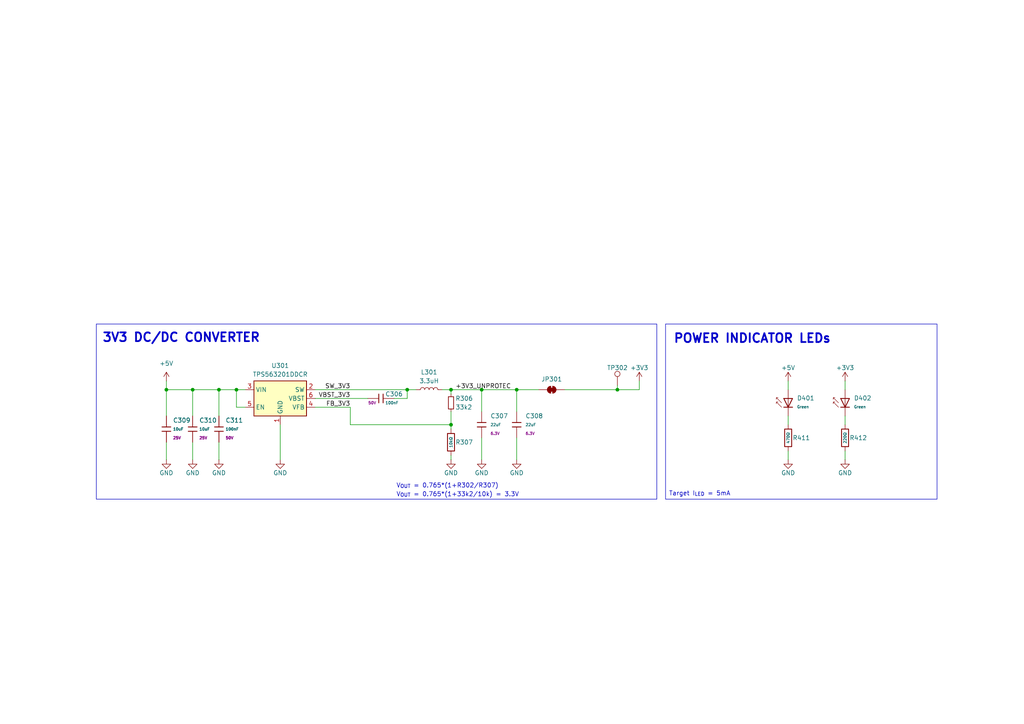
<source format=kicad_sch>
(kicad_sch (version 20250114) (generator "eeschema") (generator_version "9.0")
  (paper "A4")
  (title_block (title "ModuCard power supply unit") (date "2025-08-05") (rev "0") (company "KoNaR") (comment 1 "Base project authors: Dominik Pluta, Artem Horiunov") (comment 2 "Project author: Maciej Chodowiec"))
  (lib_symbols
    (symbol "Connector:TestPoint" (pin_numbers (hide yes)) (pin_names (offset 0.762) (hide yes))
      (property "Reference" "TP" (at 0 6.858 0))
      (property "Value" "TestPoint" (at 0 5.08 0))
      (symbol "TestPoint_0_1"
        (circle (center 0 3.302) (radius 0.762))
      )
      (symbol "TestPoint_1_1"
        (pin passive line (at 0 0 90) (length 2.54) (name "1") (number "1"))
      )
    )
    (symbol "Device:L" (pin_numbers (hide yes)) (pin_names (offset 1.016) (hide yes))
      (property "Reference" "L" (at -1.27 0 90))
      (property "Value" "L" (at 1.905 0 90))
      (symbol "L_0_1"
        (arc (start 0 2.54) (mid 0.6323 1.905) (end 0 1.27))
        (arc (start 0 1.27) (mid 0.6323 0.635) (end 0 0))
        (arc (start 0 0) (mid 0.6323 -0.635) (end 0 -1.27))
        (arc (start 0 -1.27) (mid 0.6323 -1.905) (end 0 -2.54))
      )
      (symbol "L_1_1"
        (pin passive line (at 0 3.81 270) (length 1.27) (name "1") (number "1"))
        (pin passive line (at 0 -3.81 90) (length 1.27) (name "2") (number "2"))
      )
    )
    (symbol "Device:R_Small" (pin_numbers (hide yes)) (pin_names (offset 0.254) (hide yes))
      (property "Reference" "R" (at 0 0 90))
      (property "Value" "R_Small" (at 1.778 0 90))
      (symbol "R_Small_0_1"
        (rectangle (start -0.762 1.778) (end 0.762 -1.778) (stroke (width 0.2032)))
      )
      (symbol "R_Small_1_1"
        (pin passive line (at 0 2.54 270) (length 0.762) (name "~") (number "1"))
        (pin passive line (at 0 -2.54 90) (length 0.762) (name "~") (number "2"))
      )
    )
    (symbol "Jumper:SolderJumper_2_Bridged" (pin_numbers (hide yes)) (pin_names (offset 0) (hide yes)) (in_bom no)
      (property "Reference" "JP" (at 0 2.032 0))
      (property "Value" "SolderJumper_2_Bridged" (at 0 -2.54 0))
      (symbol "SolderJumper_2_Bridged_0_1"
        (rectangle (start -0.508 0.508) (end 0.508 -0.508) (fill (type outline)))
        (polyline (pts (xy -0.254 1.016) (xy -0.254 -1.016)))
        (arc (start -0.254 -1.016) (mid -1.2656 0) (end -0.254 1.016))
        (arc (start -0.254 -1.016) (mid -1.2656 0) (end -0.254 1.016) (fill (type outline)))
        (arc (start 0.254 1.016) (mid 1.2656 0) (end 0.254 -1.016))
        (arc (start 0.254 1.016) (mid 1.2656 0) (end 0.254 -1.016) (fill (type outline)))
        (polyline (pts (xy 0.254 1.016) (xy 0.254 -1.016)))
      )
      (symbol "SolderJumper_2_Bridged_1_1"
        (pin passive line (at -3.81 0 0) (length 2.54) (name "A") (number "1"))
        (pin passive line (at 3.81 0 180) (length 2.54) (name "B") (number "2"))
      )
    )
    (symbol "PCM_JLCPCB-Capacitors:0402,100nF,(2)" (pin_numbers (hide yes)) (pin_names (offset 0))
      (property "Reference" "C" (at 2.032 1.668 0))
      (property "Value" "100nF" (at 2.032 -0.3782 0))
      (property "Voltage Rated" "50V" (at 2.032 -2.0462 0))
      (symbol "0402,100nF,(2)_0_1"
        (polyline (pts (xy -1.27 0.635) (xy 1.27 0.635)) (stroke (width 0.254)))
        (polyline (pts (xy -1.27 -0.635) (xy 1.27 -0.635)) (stroke (width 0.254)))
      )
      (symbol "0402,100nF,(2)_1_1"
        (pin passive line (at 0 3.81 270) (length 3.175) (name "~") (number "1"))
        (pin passive line (at 0 -3.81 90) (length 3.175) (name "~") (number "2"))
      )
    )
    (symbol "PCM_JLCPCB-Capacitors:0603,10uF,(2)" (pin_numbers (hide yes)) (pin_names (offset 0))
      (property "Reference" "C" (at 2.032 1.668 0))
      (property "Value" "10uF" (at 2.032 -0.3782 0))
      (property "Voltage Rated" "25V" (at 2.032 -2.0462 0))
      (symbol "0603,10uF,(2)_0_1"
        (polyline (pts (xy -1.27 0.635) (xy 1.27 0.635)) (stroke (width 0.254)))
        (polyline (pts (xy -1.27 -0.635) (xy 1.27 -0.635)) (stroke (width 0.254)))
      )
      (symbol "0603,10uF,(2)_1_1"
        (pin passive line (at 0 3.81 270) (length 3.175) (name "~") (number "1"))
        (pin passive line (at 0 -3.81 90) (length 3.175) (name "~") (number "2"))
      )
    )
    (symbol "PCM_JLCPCB-Capacitors:0603,22uF" (pin_numbers (hide yes)) (pin_names (offset 0))
      (property "Reference" "C" (at 2.032 1.668 0))
      (property "Value" "22uF" (at 2.032 -0.3782 0))
      (property "Voltage Rated" "6.3V" (at 2.032 -2.0462 0))
      (symbol "0603,22uF_0_1"
        (polyline (pts (xy -1.27 0.635) (xy 1.27 0.635)) (stroke (width 0.254)))
        (polyline (pts (xy -1.27 -0.635) (xy 1.27 -0.635)) (stroke (width 0.254)))
      )
      (symbol "0603,22uF_1_1"
        (pin passive line (at 0 3.81 270) (length 3.175) (name "~") (number "1"))
        (pin passive line (at 0 -3.81 90) (length 3.175) (name "~") (number "2"))
      )
    )
    (symbol "PCM_JLCPCB-Diodes:LED,0603,Green" (pin_numbers (hide yes)) (pin_names (offset 0))
      (property "Reference" "D" (at 2.032 0.834 0))
      (property "Value" "Green" (at 2.032 -1.2122 0))
      (symbol "LED,0603,Green_0_1"
        (polyline (pts (xy -1.905 0) (xy -3.429 1.524) (xy -3.429 1.016) (xy -3.429 1.524) (xy -2.921 1.524)) (stroke (width 0.127)))
        (polyline (pts (xy -1.905 -1.27) (xy -3.429 0.254) (xy -3.429 -0.254) (xy -3.429 0.254) (xy -2.921 0.254)) (stroke (width 0.127)))
        (polyline (pts (xy -1.27 1.27) (xy 0 -1.27) (xy 1.27 1.27) (xy -1.27 1.27)) (stroke (width 0.254)))
        (polyline (pts (xy -1.27 -1.27) (xy 1.27 -1.27)) (stroke (width 0.254)))
      )
      (symbol "LED,0603,Green_1_1"
        (pin passive line (at 0 3.81 270) (length 3.81) (name "~") (number "2"))
        (pin passive line (at 0 -3.81 90) (length 3.81) (name "~") (number "1"))
      )
    )
    (symbol "PCM_JLCPCB-Resistors:0402,10kΩ" (pin_numbers (hide yes)) (pin_names (offset 0))
      (property "Reference" "R" (at 1.778 0 0))
      (property "Value" "10kΩ" (at 0 0 90))
      (symbol "0402,10kΩ_0_1"
        (rectangle (start -1.016 2.54) (end 1.016 -2.54) (stroke (width 0.254)))
      )
      (symbol "0402,10kΩ_1_1"
        (pin passive line (at 0 3.81 270) (length 1.27) (name "~") (number "1"))
        (pin passive line (at 0 -3.81 90) (length 1.27) (name "~") (number "2"))
      )
    )
    (symbol "PCM_JLCPCB-Resistors:0402,220Ω" (pin_numbers (hide yes)) (pin_names (offset 0))
      (property "Reference" "R" (at 1.778 0 0))
      (property "Value" "220Ω" (at 0 0 90))
      (symbol "0402,220Ω_0_1"
        (rectangle (start -1.016 2.54) (end 1.016 -2.54) (stroke (width 0.254)))
      )
      (symbol "0402,220Ω_1_1"
        (pin passive line (at 0 3.81 270) (length 1.27) (name "~") (number "1"))
        (pin passive line (at 0 -3.81 90) (length 1.27) (name "~") (number "2"))
      )
    )
    (symbol "PCM_JLCPCB-Resistors:0402,470Ω" (pin_numbers (hide yes)) (pin_names (offset 0))
      (property "Reference" "R" (at 1.778 0 0))
      (property "Value" "470Ω" (at 0 0 90))
      (symbol "0402,470Ω_0_1"
        (rectangle (start -1.016 2.54) (end 1.016 -2.54) (stroke (width 0.254)))
      )
      (symbol "0402,470Ω_1_1"
        (pin passive line (at 0 3.81 270) (length 1.27) (name "~") (number "1"))
        (pin passive line (at 0 -3.81 90) (length 1.27) (name "~") (number "2"))
      )
    )
    (symbol "Regulator_Switching:TPS563200"
      (property "Reference" "U" (at -7.62 6.35 0))
      (property "Value" "TPS563200" (at -2.54 6.35 0))
      (symbol "TPS563200_0_1"
        (rectangle (start -7.62 5.08) (end 7.62 -5.08) (stroke (width 0.254)) (fill (type background)))
      )
      (symbol "TPS563200_1_1"
        (pin power_in line (at -10.16 2.54 0) (length 2.54) (name "VIN") (number "3"))
        (pin input line (at -10.16 -2.54 0) (length 2.54) (name "EN") (number "5"))
        (pin power_in line (at 0 -7.62 90) (length 2.54) (name "GND") (number "1"))
        (pin output line (at 10.16 2.54 180) (length 2.54) (name "SW") (number "2"))
        (pin passive line (at 10.16 0 180) (length 2.54) (name "VBST") (number "6"))
        (pin input line (at 10.16 -2.54 180) (length 2.54) (name "VFB") (number "4"))
      )
    )
    (symbol "power:+3V3" (power) (pin_numbers (hide yes)) (pin_names (offset 0) (hide yes))
      (property "Value" "+3V3" (at 0 3.556 0))
      (symbol "+3V3_0_1"
        (polyline (pts (xy -0.762 1.27) (xy 0 2.54)))
        (polyline (pts (xy 0 2.54) (xy 0.762 1.27)))
        (polyline (pts (xy 0 0) (xy 0 2.54)))
      )
      (symbol "+3V3_1_1"
        (pin power_in line (at 0 0 90) (length 0) (name "~") (number "1"))
      )
    )
    (symbol "power:+5V" (power) (pin_numbers (hide yes)) (pin_names (offset 0) (hide yes))
      (property "Value" "+5V" (at 0 3.556 0))
      (symbol "+5V_0_1"
        (polyline (pts (xy -0.762 1.27) (xy 0 2.54)))
        (polyline (pts (xy 0 2.54) (xy 0.762 1.27)))
        (polyline (pts (xy 0 0) (xy 0 2.54)))
      )
      (symbol "+5V_1_1"
        (pin power_in line (at 0 0 90) (length 0) (name "~") (number "1"))
      )
    )
    (symbol "power:GND" (power) (pin_numbers (hide yes)) (pin_names (offset 0) (hide yes))
      (property "Value" "GND" (at 0 -3.81 0))
      (symbol "GND_0_1"
        (polyline (pts (xy 0 0) (xy 0 -1.27) (xy 1.27 -1.27) (xy 0 -2.54) (xy -1.27 -1.27) (xy 0 -1.27)))
      )
      (symbol "GND_1_1"
        (pin power_in line (at 0 0 270) (length 0) (name "~") (number "1"))
      )
    )
  )
  (rectangle (start 27.94 93.98) (end 190.5 144.78))
  (rectangle (start 193.04 93.98) (end 271.78 144.78))
  (text "V_{OUT} = 0.765*(1+33k2/10k) = 3.3V" (at 114.935 143.51 0) (effects (font (size 1.27 1.27)) (justify left)))
  (text "V_{OUT} = 0.765*(1+R302/R307)" (at 114.935 140.97 0) (effects (font (size 1.27 1.27)) (justify left)))
  (text "Target I_{LED} = 5mA" (at 202.946 143.256 0) (effects (font (size 1.27 1.27))))
  (text "POWER INDICATOR LEDs" (at 218.186 98.298 0) (effects (font (size 2.54 2.54) (thickness 0.508) (bold yes))))
  (text "3V3 DC/DC CONVERTER" (at 52.578 98.044 0) (effects (font (size 2.54 2.54) (thickness 0.508) (bold yes))))
  (junction (at 179.07 113.03))
  (junction (at 63.5 113.03))
  (junction (at 130.81 113.03))
  (junction (at 68.58 113.03))
  (junction (at 48.26 113.03))
  (junction (at 55.88 113.03))
  (junction (at 149.86 113.03))
  (junction (at 130.81 123.19))
  (junction (at 139.7 113.03))
  (junction (at 118.11 113.03))
  (wire (pts (xy 114.3 115.57) (xy 118.11 115.57)))
  (wire (pts (xy 130.81 113.03) (xy 139.7 113.03)))
  (wire (pts (xy 130.81 119.38) (xy 130.81 123.19)))
  (wire (pts (xy 228.6 110.49) (xy 228.6 113.03)))
  (wire (pts (xy 81.28 123.19) (xy 81.28 133.35)))
  (wire (pts (xy 48.26 113.03) (xy 55.88 113.03)))
  (wire (pts (xy 48.26 113.03) (xy 48.26 120.65)))
  (wire (pts (xy 91.44 113.03) (xy 118.11 113.03)))
  (wire (pts (xy 130.81 114.3) (xy 130.81 113.03)))
  (wire (pts (xy 149.86 113.03) (xy 156.21 113.03)))
  (wire (pts (xy 179.07 113.03) (xy 185.42 113.03)))
  (wire (pts (xy 55.88 113.03) (xy 63.5 113.03)))
  (wire (pts (xy 245.11 120.65) (xy 245.11 123.19)))
  (wire (pts (xy 63.5 113.03) (xy 63.5 120.65)))
  (wire (pts (xy 118.11 115.57) (xy 118.11 113.03)))
  (wire (pts (xy 68.58 113.03) (xy 71.12 113.03)))
  (wire (pts (xy 130.81 133.35) (xy 130.81 132.08)))
  (wire (pts (xy 55.88 128.27) (xy 55.88 133.35)))
  (wire (pts (xy 139.7 113.03) (xy 149.86 113.03)))
  (wire (pts (xy 63.5 128.27) (xy 63.5 133.35)))
  (wire (pts (xy 245.11 130.81) (xy 245.11 133.35)))
  (wire (pts (xy 101.6 123.19) (xy 130.81 123.19)))
  (wire (pts (xy 91.44 118.11) (xy 101.6 118.11)))
  (wire (pts (xy 130.81 123.19) (xy 130.81 124.46)))
  (wire (pts (xy 91.44 115.57) (xy 106.68 115.57)))
  (wire (pts (xy 101.6 118.11) (xy 101.6 123.19)))
  (wire (pts (xy 128.27 113.03) (xy 130.81 113.03)))
  (wire (pts (xy 185.42 110.49) (xy 185.42 113.03)))
  (wire (pts (xy 63.5 113.03) (xy 68.58 113.03)))
  (wire (pts (xy 139.7 113.03) (xy 139.7 119.38)))
  (wire (pts (xy 228.6 120.65) (xy 228.6 123.19)))
  (wire (pts (xy 163.83 113.03) (xy 179.07 113.03)))
  (wire (pts (xy 48.26 110.49) (xy 48.26 113.03)))
  (wire (pts (xy 118.11 113.03) (xy 120.65 113.03)))
  (wire (pts (xy 149.86 113.03) (xy 149.86 119.38)))
  (wire (pts (xy 149.86 127) (xy 149.86 133.35)))
  (wire (pts (xy 139.7 127) (xy 139.7 133.35)))
  (wire (pts (xy 245.11 110.49) (xy 245.11 113.03)))
  (wire (pts (xy 68.58 113.03) (xy 68.58 118.11)))
  (wire (pts (xy 55.88 113.03) (xy 55.88 120.65)))
  (wire (pts (xy 228.6 130.81) (xy 228.6 133.35)))
  (wire (pts (xy 68.58 118.11) (xy 71.12 118.11)))
  (wire (pts (xy 179.07 111.76) (xy 179.07 113.03)))
  (wire (pts (xy 48.26 128.27) (xy 48.26 133.35)))
  (label "+3V3_UNPROTEC" (at 132.08 113.03 0))
  (label "FB_3V3" (at 101.6 118.11 180))
  (label "VBST_3V3" (at 101.6 115.57 180))
  (label "SW_3V3" (at 101.6 113.03 180))
  (symbol (lib_id "PCM_JLCPCB-Capacitors:0603,10uF,(2)") (at 55.88 124.46 0) (unit 1)
    (property "Reference" "C310" (at 57.785 121.92 0) (effects (justify left)))
    (property "Value" "10uF" (at 57.785 124.4601 0) (effects (font (size 0.8 0.8)) (justify left)))
    (property "Footprint" "PCM_JLCPCB:C_0603" (effects (hide yes)))
    (property "Datasheet" "https://www.lcsc.com/datasheet/lcsc_datasheet_2304140030_Samsung-Electro-Mechanics-CL10A106MA8NRNC_C96446.pdf" (effects (hide yes)))
    (property "Description" "25V 10uF X5R ±20% 0603 Multilayer Ceramic Capacitors MLCC - SMD/SMT ROHS" (effects (hide yes)))
    (property "LCSC" "C96446" (effects (hide yes)))
    (property "Stock" "3388297" (effects (hide yes)))
    (property "Price" "0.021USD" (effects (hide yes)))
    (property "Process" "SMT" (effects (hide yes)))
    (property "Minimum Qty" "20" (effects (hide yes)))
    (property "Attrition Qty" "8" (effects (hide yes)))
    (property "Class" "Basic Component" (effects (hide yes)))
    (property "Category" "Capacitors,Multilayer Ceramic Capacitors MLCC - SMD/SMT" (effects (hide yes)))
    (property "Manufacturer" "Samsung Electro-Mechanics" (effects (hide yes)))
    (property "Part" "CL10A106MA8NRNC" (effects (hide yes)))
    (property "Voltage Rated" "25V" (at 57.785 127.0001 0) (effects (font (size 0.8 0.8)) (justify left)))
    (property "Tolerance" "±20%" (effects (hide yes)))
    (property "Capacitance" "10uF" (effects (hide yes)))
    (property "Temperature Coefficient" "X5R" (effects (hide yes)))
  )
  (symbol (lib_id "Regulator_Switching:TPS563200") (at 81.28 115.57 0) (unit 1)
    (property "Reference" "U301" (at 81.28 106.045 0))
    (property "Value" "TPS563201DDCR" (at 81.28 108.585 0))
    (property "Footprint" "Package_TO_SOT_SMD:SOT-23-6" (effects (hide yes)))
    (property "Datasheet" "http://www.ti.com/lit/ds/symlink/tps563200.pdf" (effects (hide yes)))
    (property "Description" "3A Synchronous Step-Down Voltage Regulator, Adjustable Output Voltage, 4.5-17V Input Voltage, SOT-23-6" (effects (hide yes)))
    (property "LCSC" "C116592" (effects (hide yes)))
  )
  (symbol (lib_id "PCM_JLCPCB-Capacitors:0603,10uF,(2)") (at 48.26 124.46 0) (unit 1)
    (property "Reference" "C309" (at 50.165 121.92 0) (effects (justify left)))
    (property "Value" "10uF" (at 50.165 124.4601 0) (effects (font (size 0.8 0.8)) (justify left)))
    (property "Footprint" "PCM_JLCPCB:C_0603" (effects (hide yes)))
    (property "Datasheet" "https://www.lcsc.com/datasheet/lcsc_datasheet_2304140030_Samsung-Electro-Mechanics-CL10A106MA8NRNC_C96446.pdf" (effects (hide yes)))
    (property "Description" "25V 10uF X5R ±20% 0603 Multilayer Ceramic Capacitors MLCC - SMD/SMT ROHS" (effects (hide yes)))
    (property "LCSC" "C96446" (effects (hide yes)))
    (property "Stock" "3388297" (effects (hide yes)))
    (property "Price" "0.021USD" (effects (hide yes)))
    (property "Process" "SMT" (effects (hide yes)))
    (property "Minimum Qty" "20" (effects (hide yes)))
    (property "Attrition Qty" "8" (effects (hide yes)))
    (property "Class" "Basic Component" (effects (hide yes)))
    (property "Category" "Capacitors,Multilayer Ceramic Capacitors MLCC - SMD/SMT" (effects (hide yes)))
    (property "Manufacturer" "Samsung Electro-Mechanics" (effects (hide yes)))
    (property "Part" "CL10A106MA8NRNC" (effects (hide yes)))
    (property "Voltage Rated" "25V" (at 50.165 127.0001 0) (effects (font (size 0.8 0.8)) (justify left)))
    (property "Tolerance" "±20%" (effects (hide yes)))
    (property "Capacitance" "10uF" (effects (hide yes)))
    (property "Temperature Coefficient" "X5R" (effects (hide yes)))
  )
  (symbol (lib_id "PCM_JLCPCB-Capacitors:0402,100nF,(2)") (at 110.49 115.57 90) (unit 1)
    (property "Reference" "C306" (at 114.3 114.3 90))
    (property "Value" "100nF" (at 113.665 116.84 90) (effects (font (size 0.8 0.8))))
    (property "Footprint" "PCM_JLCPCB:C_0402" (effects (hide yes)))
    (property "Datasheet" "https://www.lcsc.com/datasheet/lcsc_datasheet_2304140030_Samsung-Electro-Mechanics-CL05B104KB54PNC_C307331.pdf" (effects (hide yes)))
    (property "Description" "50V 100nF X7R ±10% 0402 Multilayer Ceramic Capacitors MLCC - SMD/SMT ROHS" (effects (hide yes)))
    (property "LCSC" "C307331" (effects (hide yes)))
    (property "Stock" "8389599" (effects (hide yes)))
    (property "Price" "0.008USD" (effects (hide yes)))
    (property "Process" "SMT" (effects (hide yes)))
    (property "Minimum Qty" "20" (effects (hide yes)))
    (property "Attrition Qty" "10" (effects (hide yes)))
    (property "Class" "Basic Component" (effects (hide yes)))
    (property "Category" "Capacitors,Multilayer Ceramic Capacitors MLCC - SMD/SMT" (effects (hide yes)))
    (property "Manufacturer" "Samsung Electro-Mechanics" (effects (hide yes)))
    (property "Part" "CL05B104KB54PNC" (effects (hide yes)))
    (property "Voltage Rated" "50V" (at 107.95 116.84 90) (effects (font (size 0.8 0.8))))
    (property "Tolerance" "±10%" (effects (hide yes)))
    (property "Capacitance" "100nF" (effects (hide yes)))
    (property "Temperature Coefficient" "X7R" (effects (hide yes)))
  )
  (symbol (lib_id "PCM_JLCPCB-Diodes:LED,0603,Green") (at 228.6 116.84 0) (unit 1)
    (property "Reference" "D401" (at 231.14 115.4746 0) (effects (justify left)))
    (property "Value" "Green" (at 231.14 118.0147 0) (effects (font (size 0.8 0.8)) (justify left)))
    (property "Footprint" "PCM_JLCPCB:D_0603" (effects (hide yes)))
    (property "Datasheet" "https://wmsc.lcsc.com/wmsc/upload/file/pdf/v2/lcsc/2207051802_Everlight-Elec-19-217-GHC-YR1S2-6T_C2986059.pdf" (effects (hide yes)))
    (property "Description" "0603 LED Indication - Discrete ROHS" (effects (hide yes)))
    (property "LCSC" "C2986059" (effects (hide yes)))
    (property "Stock" "276928" (effects (hide yes)))
    (property "Price" "0.021USD" (effects (hide yes)))
    (property "Process" "SMT" (effects (hide yes)))
    (property "Minimum Qty" "20" (effects (hide yes)))
    (property "Attrition Qty" "8" (effects (hide yes)))
    (property "Class" "Preferred Component" (effects (hide yes)))
    (property "Category" "Optocoupler/LED/Digital Tube/Photoelectric Device,Light Emitting Diodes (LED)" (effects (hide yes)))
    (property "Manufacturer" "Everlight Elec" (effects (hide yes)))
    (property "Part" "19-217/GHC-YR1S2/6T" (effects (hide yes)))
  )
  (symbol (lib_id "PCM_JLCPCB-Capacitors:0402,100nF,(2)") (at 63.5 124.46 180) (unit 1)
    (property "Reference" "C311" (at 65.405 121.92 0) (effects (justify right)))
    (property "Value" "100nF" (at 65.405 124.46 0) (effects (font (size 0.8 0.8)) (justify right)))
    (property "Footprint" "PCM_JLCPCB:C_0402" (effects (hide yes)))
    (property "Datasheet" "https://www.lcsc.com/datasheet/lcsc_datasheet_2304140030_Samsung-Electro-Mechanics-CL05B104KB54PNC_C307331.pdf" (effects (hide yes)))
    (property "Description" "50V 100nF X7R ±10% 0402 Multilayer Ceramic Capacitors MLCC - SMD/SMT ROHS" (effects (hide yes)))
    (property "LCSC" "C307331" (effects (hide yes)))
    (property "Stock" "8389599" (effects (hide yes)))
    (property "Price" "0.008USD" (effects (hide yes)))
    (property "Process" "SMT" (effects (hide yes)))
    (property "Minimum Qty" "20" (effects (hide yes)))
    (property "Attrition Qty" "10" (effects (hide yes)))
    (property "Class" "Basic Component" (effects (hide yes)))
    (property "Category" "Capacitors,Multilayer Ceramic Capacitors MLCC - SMD/SMT" (effects (hide yes)))
    (property "Manufacturer" "Samsung Electro-Mechanics" (effects (hide yes)))
    (property "Part" "CL05B104KB54PNC" (effects (hide yes)))
    (property "Voltage Rated" "50V" (at 65.405 127 0) (effects (font (size 0.8 0.8)) (justify right)))
    (property "Tolerance" "±10%" (effects (hide yes)))
    (property "Capacitance" "100nF" (effects (hide yes)))
    (property "Temperature Coefficient" "X7R" (effects (hide yes)))
  )
  (symbol (lib_id "Device:L") (at 124.46 113.03 90) (unit 1)
    (property "Reference" "L301" (at 124.46 107.95 90))
    (property "Value" "3.3uH" (at 124.46 110.49 90))
    (property "Footprint" "Inductor_SMD:L_Changjiang_FXL0420" (effects (hide yes)))
    (property "Description" "Inductor" (effects (hide yes)))
    (property "LCSC" "C167207" (effects (hide yes)))
  )
  (symbol (lib_id "Jumper:SolderJumper_2_Bridged") (at 160.02 113.03 0) (unit 1) (in_bom no)
    (property "Reference" "JP301" (at 160.02 109.982 0))
    (property "Value" "Test Buck Vout" (effects (hide yes)))
    (property "Footprint" "Jumper:SolderJumper-2_P1.3mm_Open_TrianglePad1.0x1.5mm" (effects (hide yes)))
    (property "Description" "Solder Jumper, 2-pole, closed/bridged" (effects (hide yes)))
  )
  (symbol (lib_id "power:+3V3") (at 245.11 110.49 0) (unit 1)
    (property "Reference" "#PWR0435" (effects (hide yes)))
    (property "Value" "+3V3" (at 245.11 106.68 0))
    (property "Description" "Power symbol creates a global label with name \"+3V3\"" (effects (hide yes)))
  )
  (symbol (lib_id "power:+5V") (at 228.6 110.49 0) (unit 1)
    (property "Reference" "#PWR0426" (effects (hide yes)))
    (property "Value" "+5V" (at 228.6 106.68 0))
    (property "Description" "Power symbol creates a global label with name \"+5V\"" (effects (hide yes)))
  )
  (symbol (lib_id "power:GND") (at 48.26 133.35 0) (unit 1)
    (property "Reference" "#PWR0317" (effects (hide yes)))
    (property "Value" "GND" (at 48.26 137.16 0))
    (property "Description" "Power symbol creates a global label with name \"GND\" , ground" (effects (hide yes)))
  )
  (symbol (lib_id "PCM_JLCPCB-Capacitors:0603,22uF") (at 139.7 123.19 0) (unit 1)
    (property "Reference" "C307" (at 142.24 120.6499 0) (effects (justify left)))
    (property "Value" "22uF" (at 142.24 123.19 0) (effects (font (size 0.8 0.8)) (justify left)))
    (property "Footprint" "PCM_JLCPCB:C_0603" (effects (hide yes)))
    (property "Datasheet" "https://www.lcsc.com/datasheet/lcsc_datasheet_2304140030_Samsung-Electro-Mechanics-CL10A226MQ8NRNC_C59461.pdf" (effects (hide yes)))
    (property "Description" "6.3V 22uF X5R ±20% 0603 Multilayer Ceramic Capacitors MLCC - SMD/SMT ROHS" (effects (hide yes)))
    (property "LCSC" "C59461" (effects (hide yes)))
    (property "Stock" "5081183" (effects (hide yes)))
    (property "Price" "0.012USD" (effects (hide yes)))
    (property "Process" "SMT" (effects (hide yes)))
    (property "Minimum Qty" "20" (effects (hide yes)))
    (property "Attrition Qty" "10" (effects (hide yes)))
    (property "Class" "Basic Component" (effects (hide yes)))
    (property "Category" "Capacitors,Multilayer Ceramic Capacitors MLCC - SMD/SMT" (effects (hide yes)))
    (property "Manufacturer" "Samsung Electro-Mechanics" (effects (hide yes)))
    (property "Part" "CL10A226MQ8NRNC" (effects (hide yes)))
    (property "Voltage Rated" "6.3V" (at 142.24 125.73 0) (effects (font (size 0.8 0.8)) (justify left)))
    (property "Tolerance" "±20%" (effects (hide yes)))
    (property "Capacitance" "22uF" (effects (hide yes)))
    (property "Temperature Coefficient" "X5R" (effects (hide yes)))
  )
  (symbol (lib_id "power:GND") (at 228.6 133.35 0) (unit 1)
    (property "Reference" "#PWR0434" (effects (hide yes)))
    (property "Value" "GND" (at 228.6 137.16 0))
    (property "Description" "Power symbol creates a global label with name \"GND\" , ground" (effects (hide yes)))
  )
  (symbol (lib_id "power:GND") (at 63.5 133.35 0) (unit 1)
    (property "Reference" "#PWR0319" (effects (hide yes)))
    (property "Value" "GND" (at 63.5 137.16 0))
    (property "Description" "Power symbol creates a global label with name \"GND\" , ground" (effects (hide yes)))
  )
  (symbol (lib_id "power:GND") (at 55.88 133.35 0) (unit 1)
    (property "Reference" "#PWR0318" (effects (hide yes)))
    (property "Value" "GND" (at 55.88 137.16 0))
    (property "Description" "Power symbol creates a global label with name \"GND\" , ground" (effects (hide yes)))
  )
  (symbol (lib_id "PCM_JLCPCB-Capacitors:0603,22uF") (at 149.86 123.19 0) (unit 1)
    (property "Reference" "C308" (at 152.4 120.6499 0) (effects (justify left)))
    (property "Value" "22uF" (at 152.4 123.19 0) (effects (font (size 0.8 0.8)) (justify left)))
    (property "Footprint" "PCM_JLCPCB:C_0603" (effects (hide yes)))
    (property "Datasheet" "https://www.lcsc.com/datasheet/lcsc_datasheet_2304140030_Samsung-Electro-Mechanics-CL10A226MQ8NRNC_C59461.pdf" (effects (hide yes)))
    (property "Description" "6.3V 22uF X5R ±20% 0603 Multilayer Ceramic Capacitors MLCC - SMD/SMT ROHS" (effects (hide yes)))
    (property "LCSC" "C59461" (effects (hide yes)))
    (property "Stock" "5081183" (effects (hide yes)))
    (property "Price" "0.012USD" (effects (hide yes)))
    (property "Process" "SMT" (effects (hide yes)))
    (property "Minimum Qty" "20" (effects (hide yes)))
    (property "Attrition Qty" "10" (effects (hide yes)))
    (property "Class" "Basic Component" (effects (hide yes)))
    (property "Category" "Capacitors,Multilayer Ceramic Capacitors MLCC - SMD/SMT" (effects (hide yes)))
    (property "Manufacturer" "Samsung Electro-Mechanics" (effects (hide yes)))
    (property "Part" "CL10A226MQ8NRNC" (effects (hide yes)))
    (property "Voltage Rated" "6.3V" (at 152.4 125.73 0) (effects (font (size 0.8 0.8)) (justify left)))
    (property "Tolerance" "±20%" (effects (hide yes)))
    (property "Capacitance" "22uF" (effects (hide yes)))
    (property "Temperature Coefficient" "X5R" (effects (hide yes)))
  )
  (symbol (lib_id "power:GND") (at 149.86 133.35 0) (unit 1)
    (property "Reference" "#PWR0323" (effects (hide yes)))
    (property "Value" "GND" (at 149.86 137.16 0))
    (property "Description" "Power symbol creates a global label with name \"GND\" , ground" (effects (hide yes)))
  )
  (symbol (lib_id "power:GND") (at 81.28 133.35 0) (unit 1)
    (property "Reference" "#PWR0320" (effects (hide yes)))
    (property "Value" "GND" (at 81.28 137.16 0))
    (property "Description" "Power symbol creates a global label with name \"GND\" , ground" (effects (hide yes)))
  )
  (symbol (lib_id "power:GND") (at 245.11 133.35 0) (unit 1)
    (property "Reference" "#PWR0436" (effects (hide yes)))
    (property "Value" "GND" (at 245.11 137.16 0))
    (property "Description" "Power symbol creates a global label with name \"GND\" , ground" (effects (hide yes)))
  )
  (symbol (lib_id "power:GND") (at 130.81 133.35 0) (unit 1)
    (property "Reference" "#PWR0321" (effects (hide yes)))
    (property "Value" "GND" (at 130.81 137.16 0))
    (property "Description" "Power symbol creates a global label with name \"GND\" , ground" (effects (hide yes)))
  )
  (symbol (lib_id "PCM_JLCPCB-Resistors:0402,10kΩ") (at 130.81 128.27 0) (unit 1)
    (property "Reference" "R307" (at 132.08 128.27 0) (effects (justify left)))
    (property "Value" "10kΩ" (at 130.81 128.27 90) (effects (font (size 0.8 0.8))))
    (property "Footprint" "PCM_JLCPCB:R_0402" (effects (hide yes)))
    (property "Datasheet" "https://www.lcsc.com/datasheet/lcsc_datasheet_2411221126_UNI-ROYAL-Uniroyal-Elec-0402WGF1002TCE_C25744.pdf" (effects (hide yes)))
    (property "Description" "62.5mW Thick Film Resistors 50V ±100ppm/°C ±1% 10kΩ 0402 Chip Resistor - Surface Mount ROHS" (effects (hide yes)))
    (property "LCSC" "C25744" (effects (hide yes)))
    (property "Stock" "24372091" (effects (hide yes)))
    (property "Price" "0.004USD" (effects (hide yes)))
    (property "Process" "SMT" (effects (hide yes)))
    (property "Minimum Qty" "20" (effects (hide yes)))
    (property "Attrition Qty" "10" (effects (hide yes)))
    (property "Class" "Basic Component" (effects (hide yes)))
    (property "Category" "Resistors,Chip Resistor - Surface Mount" (effects (hide yes)))
    (property "Manufacturer" "UNI-ROYAL(Uniroyal Elec)" (effects (hide yes)))
    (property "Part" "0402WGF1002TCE" (effects (hide yes)))
    (property "Resistance" "10kΩ" (effects (hide yes)))
    (property "Power(Watts)" "62.5mW" (effects (hide yes)))
    (property "Type" "Thick Film Resistors" (effects (hide yes)))
    (property "Overload Voltage (Max)" "50V" (effects (hide yes)))
    (property "Operating Temperature Range" "-55°C~+155°C" (effects (hide yes)))
    (property "Tolerance" "±1%" (effects (hide yes)))
    (property "Temperature Coefficient" "±100ppm/°C" (effects (hide yes)))
  )
  (symbol (lib_id "power:+5V") (at 48.26 110.49 0) (unit 1)
    (property "Reference" "#PWR0446" (effects (hide yes)))
    (property "Value" "+5V" (at 48.26 105.41 0))
    (property "Description" "Power symbol creates a global label with name \"+5V\"" (effects (hide yes)))
  )
  (symbol (lib_id "Connector:TestPoint") (at 179.07 111.76 0) (unit 1) (in_bom no)
    (property "Reference" "TP302" (at 179.07 106.68 0))
    (property "Value" "TestPoint" (effects (hide yes)))
    (property "Footprint" "TestPoint:TestPoint_Pad_D1.0mm" (effects (hide yes)))
    (property "Description" "test point" (effects (hide yes)))
  )
  (symbol (lib_id "PCM_JLCPCB-Resistors:0402,470Ω") (at 228.6 127 0) (unit 1)
    (property "Reference" "R411" (at 229.87 127 0) (effects (justify left)))
    (property "Value" "470Ω" (at 228.6 127 90) (effects (font (size 0.8 0.8))))
    (property "Footprint" "PCM_JLCPCB:R_0402" (effects (hide yes)))
    (property "Datasheet" "https://www.lcsc.com/datasheet/lcsc_datasheet_2205311900_UNI-ROYAL-Uniroyal-Elec-0402WGF4700TCE_C25117.pdf" (effects (hide yes)))
    (property "Description" "62.5mW Thick Film Resistors 50V ±100ppm/°C ±1% 470Ω 0402 Chip Resistor - Surface Mount ROHS" (effects (hide yes)))
    (property "LCSC" "C25117" (effects (hide yes)))
    (property "Stock" "1007760" (effects (hide yes)))
    (property "Price" "0.004USD" (effects (hide yes)))
    (property "Process" "SMT" (effects (hide yes)))
    (property "Minimum Qty" "20" (effects (hide yes)))
    (property "Attrition Qty" "10" (effects (hide yes)))
    (property "Class" "Basic Component" (effects (hide yes)))
    (property "Category" "Resistors,Chip Resistor - Surface Mount" (effects (hide yes)))
    (property "Manufacturer" "UNI-ROYAL(Uniroyal Elec)" (effects (hide yes)))
    (property "Part" "0402WGF4700TCE" (effects (hide yes)))
    (property "Resistance" "470Ω" (effects (hide yes)))
    (property "Power(Watts)" "62.5mW" (effects (hide yes)))
    (property "Type" "Thick Film Resistors" (effects (hide yes)))
    (property "Overload Voltage (Max)" "50V" (effects (hide yes)))
    (property "Operating Temperature Range" "-55°C~+155°C" (effects (hide yes)))
    (property "Tolerance" "±1%" (effects (hide yes)))
    (property "Temperature Coefficient" "±100ppm/°C" (effects (hide yes)))
  )
  (symbol (lib_id "power:+5V") (at 185.42 110.49 0) (unit 1)
    (property "Reference" "#PWR0316" (effects (hide yes)))
    (property "Value" "+3V3" (at 185.42 106.68 0))
    (property "Description" "Power symbol creates a global label with name \"+5V\"" (effects (hide yes)))
  )
  (symbol (lib_id "PCM_JLCPCB-Diodes:LED,0603,Green") (at 245.11 116.84 0) (unit 1)
    (property "Reference" "D402" (at 247.65 115.4746 0) (effects (justify left)))
    (property "Value" "Green" (at 247.65 118.0147 0) (effects (font (size 0.8 0.8)) (justify left)))
    (property "Footprint" "PCM_JLCPCB:D_0603" (effects (hide yes)))
    (property "Datasheet" "https://wmsc.lcsc.com/wmsc/upload/file/pdf/v2/lcsc/2207051802_Everlight-Elec-19-217-GHC-YR1S2-6T_C2986059.pdf" (effects (hide yes)))
    (property "Description" "0603 LED Indication - Discrete ROHS" (effects (hide yes)))
    (property "LCSC" "C2986059" (effects (hide yes)))
    (property "Stock" "276928" (effects (hide yes)))
    (property "Price" "0.021USD" (effects (hide yes)))
    (property "Process" "SMT" (effects (hide yes)))
    (property "Minimum Qty" "20" (effects (hide yes)))
    (property "Attrition Qty" "8" (effects (hide yes)))
    (property "Class" "Preferred Component" (effects (hide yes)))
    (property "Category" "Optocoupler/LED/Digital Tube/Photoelectric Device,Light Emitting Diodes (LED)" (effects (hide yes)))
    (property "Manufacturer" "Everlight Elec" (effects (hide yes)))
    (property "Part" "19-217/GHC-YR1S2/6T" (effects (hide yes)))
  )
  (symbol (lib_id "PCM_JLCPCB-Resistors:0402,220Ω") (at 245.11 127 0) (unit 1)
    (property "Reference" "R412" (at 246.38 127 0) (effects (justify left)))
    (property "Value" "220Ω" (at 245.11 127 90) (effects (font (size 0.8 0.8))))
    (property "Footprint" "PCM_JLCPCB:R_0402" (effects (hide yes)))
    (property "Datasheet" "https://www.lcsc.com/datasheet/lcsc_datasheet_2205311900_UNI-ROYAL-Uniroyal-Elec-0402WGF2200TCE_C25091.pdf" (effects (hide yes)))
    (property "Description" "62.5mW Thick Film Resistors 50V ±100ppm/°C ±1% 220Ω 0402 Chip Resistor - Surface Mount ROHS" (effects (hide yes)))
    (property "LCSC" "C25091" (effects (hide yes)))
    (property "Stock" "1127279" (effects (hide yes)))
    (property "Price" "0.004USD" (effects (hide yes)))
    (property "Process" "SMT" (effects (hide yes)))
    (property "Minimum Qty" "20" (effects (hide yes)))
    (property "Attrition Qty" "10" (effects (hide yes)))
    (property "Class" "Basic Component" (effects (hide yes)))
    (property "Category" "Resistors,Chip Resistor - Surface Mount" (effects (hide yes)))
    (property "Manufacturer" "UNI-ROYAL(Uniroyal Elec)" (effects (hide yes)))
    (property "Part" "0402WGF2200TCE" (effects (hide yes)))
    (property "Resistance" "220Ω" (effects (hide yes)))
    (property "Power(Watts)" "62.5mW" (effects (hide yes)))
    (property "Type" "Thick Film Resistors" (effects (hide yes)))
    (property "Overload Voltage (Max)" "50V" (effects (hide yes)))
    (property "Operating Temperature Range" "-55°C~+155°C" (effects (hide yes)))
    (property "Tolerance" "±1%" (effects (hide yes)))
    (property "Temperature Coefficient" "±100ppm/°C" (effects (hide yes)))
  )
  (symbol (lib_id "power:GND") (at 139.7 133.35 0) (unit 1)
    (property "Reference" "#PWR0322" (effects (hide yes)))
    (property "Value" "GND" (at 139.7 137.16 0))
    (property "Description" "Power symbol creates a global label with name \"GND\" , ground" (effects (hide yes)))
  )
  (symbol (lib_id "Device:R_Small") (at 130.81 116.84 0) (unit 1)
    (property "Reference" "R306" (at 132.08 115.57 0) (effects (justify left)))
    (property "Value" "33k2" (at 132.08 118.11 0) (effects (justify left)))
    (property "Footprint" "PCM_JLCPCB:R_0402" (effects (hide yes)))
    (property "Description" "Resistor, small symbol" (effects (hide yes)))
    (property "LCSC" "C130276" (effects (hide yes)))
  )
)
</source>
